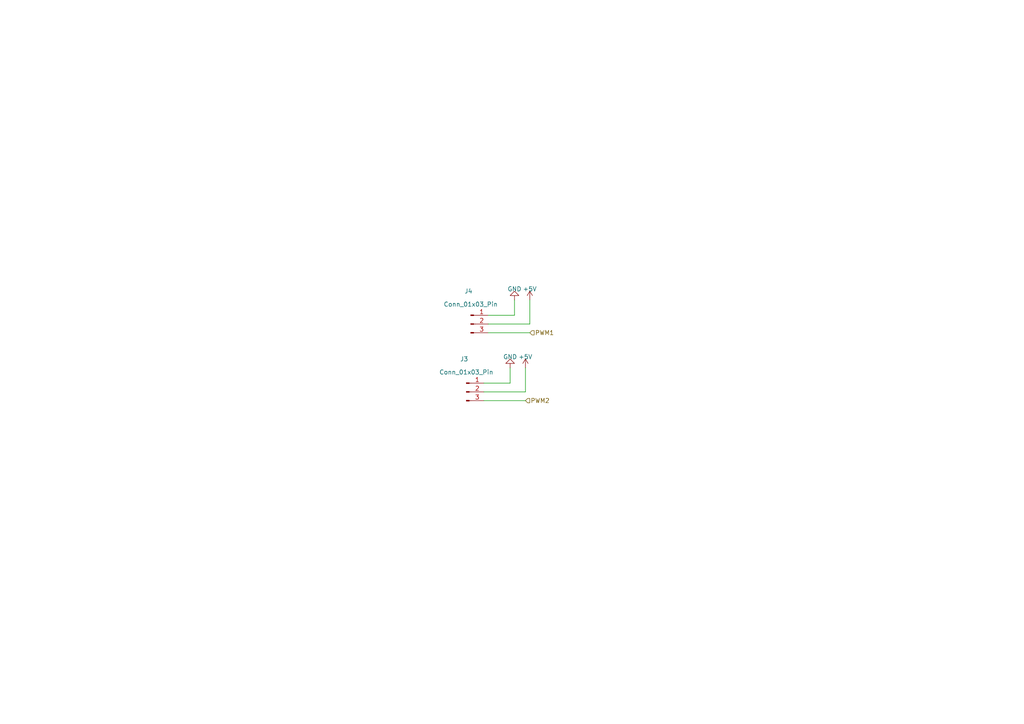
<source format=kicad_sch>
(kicad_sch (version 20230121) (generator eeschema)
  (paper "A4")
  (lib_symbols
    (symbol "Connector:Conn_01x03_Pin" (pin_names (offset 1.016) hide)
      (property "Reference" "J" (at 0 5.08 0))
      (property "Value" "Conn_01x03_Pin" (at 0 -5.08 0))
      (symbol "Conn_01x03_Pin_1_1"
        (polyline (pts (xy 1.27 -2.54) (xy 0.8636 -2.54)) (stroke (width 0.1524)))
        (polyline (pts (xy 1.27 0) (xy 0.8636 0)) (stroke (width 0.1524)))
        (polyline (pts (xy 1.27 2.54) (xy 0.8636 2.54)) (stroke (width 0.1524)))
        (rectangle (start 0.8636 -2.413) (end 0 -2.667) (stroke (width 0.1524)) (fill (type outline)))
        (rectangle (start 0.8636 0.127) (end 0 -0.127) (stroke (width 0.1524)) (fill (type outline)))
        (rectangle (start 0.8636 2.667) (end 0 2.413) (stroke (width 0.1524)) (fill (type outline)))
        (pin passive line (at 5.08 2.54 180) (length 3.81) (name "Pin_1") (number "1"))
        (pin passive line (at 5.08 0 180) (length 3.81) (name "Pin_2") (number "2"))
        (pin passive line (at 5.08 -2.54 180) (length 3.81) (name "Pin_3") (number "3"))
      )
    )
    (symbol "power:+5V" (power) (pin_names (offset 0))
      (property "Value" "+5V" (at 0 3.556 0))
      (symbol "+5V_0_1"
        (polyline (pts (xy -0.762 1.27) (xy 0 2.54)))
        (polyline (pts (xy 0 0) (xy 0 2.54)))
        (polyline (pts (xy 0 2.54) (xy 0.762 1.27)))
      )
      (symbol "+5V_1_1"
        (pin power_in line (at 0 0 90) (length 0) hide (name "+5V") (number "1"))
      )
    )
    (symbol "power:GND" (power) (pin_names (offset 0))
      (property "Value" "GND" (at 0 -3.81 0))
      (symbol "GND_0_1"
        (polyline (pts (xy 0 0) (xy 0 -1.27) (xy 1.27 -1.27) (xy 0 -2.54) (xy -1.27 -1.27) (xy 0 -1.27)))
      )
      (symbol "GND_1_1"
        (pin power_in line (at 0 0 270) (length 0) hide (name "GND") (number "1"))
      )
    )
  )
  (wire (pts (xy 141.605 93.98) (xy 153.67 93.98)))
  (wire (pts (xy 152.4 113.665) (xy 152.4 106.68)))
  (wire (pts (xy 153.67 93.98) (xy 153.67 86.995)))
  (wire (pts (xy 141.605 91.44) (xy 149.225 91.44)))
  (wire (pts (xy 140.335 113.665) (xy 152.4 113.665)))
  (wire (pts (xy 152.4 116.205) (xy 140.335 116.205)))
  (wire (pts (xy 140.335 111.125) (xy 147.955 111.125)))
  (wire (pts (xy 147.955 111.125) (xy 147.955 106.68)))
  (wire (pts (xy 149.225 91.44) (xy 149.225 86.995)))
  (wire (pts (xy 153.67 96.52) (xy 141.605 96.52)))
  (hierarchical_label "PWM2" (shape input) (at 152.4 116.205 0))
  (hierarchical_label "PWM1" (shape input) (at 153.67 96.52 0))
  (symbol (lib_id "power:GND") (at 149.225 86.995 180) (unit 1)
    (property "Reference" "#PWR044" (effects hide))
    (property "Value" "GND" (at 149.225 83.82 0))
  )
  (symbol (lib_id "Connector:Conn_01x03_Pin") (at 135.255 113.665 0) (unit 1)
    (property "Reference" "J3" (at 134.62 104.14 0))
    (property "Value" "Conn_01x03_Pin" (at 135.255 107.95 0))
    (property "Footprint" "Connector_PinHeader_2.54mm:PinHeader_1x03_P2.54mm_Vertical" (effects hide))
  )
  (symbol (lib_id "power:GND") (at 147.955 106.68 180) (unit 1)
    (property "Reference" "#PWR043" (effects hide))
    (property "Value" "GND" (at 147.955 103.505 0))
  )
  (symbol (lib_id "power:+5V") (at 152.4 106.68 0) (unit 1)
    (property "Reference" "#PWR045" (effects hide))
    (property "Value" "+5V" (at 152.4 103.505 0))
  )
  (symbol (lib_id "Connector:Conn_01x03_Pin") (at 136.525 93.98 0) (unit 1)
    (property "Reference" "J4" (at 135.89 84.455 0))
    (property "Value" "Conn_01x03_Pin" (at 136.525 88.265 0))
    (property "Footprint" "Connector_PinHeader_2.54mm:PinHeader_1x03_P2.54mm_Vertical" (effects hide))
  )
  (symbol (lib_id "power:+5V") (at 153.67 86.995 0) (unit 1)
    (property "Reference" "#PWR046" (effects hide))
    (property "Value" "+5V" (at 153.67 83.82 0))
  )
)
</source>
